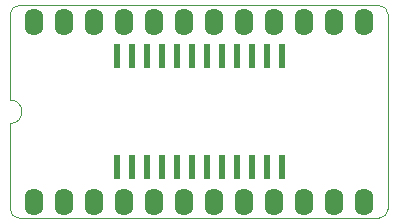
<source format=gts>
G04 #@! TF.FileFunction,Soldermask,Top*
%FSLAX46Y46*%
G04 Gerber Fmt 4.6, Leading zero omitted, Abs format (unit mm)*
G04 Created by KiCad (PCBNEW 4.0.2-4+6225~38~ubuntu15.10.1-stable) date Fri May 13 21:54:02 2016*
%MOMM*%
G01*
G04 APERTURE LIST*
%ADD10C,0.101600*%
%ADD11C,0.100000*%
%ADD12R,0.600000X2.000000*%
%ADD13O,1.600200X2.286000*%
G04 APERTURE END LIST*
D10*
D11*
X0Y8000000D02*
X0Y750000D01*
X0Y8000000D02*
G75*
G03X0Y10000000I0J1000000D01*
G01*
X32000000Y17250000D02*
G75*
G03X31250000Y18000000I-750000J0D01*
G01*
X0Y750000D02*
G75*
G03X750000Y0I750000J0D01*
G01*
X31250000Y0D02*
G75*
G03X32000000Y750000I0J750000D01*
G01*
X750000Y18000000D02*
G75*
G03X0Y17250000I0J-750000D01*
G01*
X0Y10000000D02*
X0Y17250000D01*
X31250000Y0D02*
X750000Y0D01*
X32000000Y17250000D02*
X32000000Y750000D01*
X750000Y18000000D02*
X31250000Y18000000D01*
D12*
X9015000Y4300000D03*
X10285000Y4300000D03*
X11555000Y4300000D03*
X12825000Y4300000D03*
X14095000Y4300000D03*
X15365000Y4300000D03*
X16635000Y4300000D03*
X17905000Y4300000D03*
X19175000Y4300000D03*
X20445000Y4300000D03*
X21715000Y4300000D03*
X22985000Y4300000D03*
X22985000Y13700000D03*
X21715000Y13700000D03*
X20445000Y13700000D03*
X19175000Y13700000D03*
X17905000Y13700000D03*
X16635000Y13700000D03*
X15365000Y13700000D03*
X14095000Y13700000D03*
X12825000Y13700000D03*
X11555000Y13700000D03*
X10285000Y13700000D03*
X9015000Y13700000D03*
D13*
X2030000Y1380000D03*
X4570000Y1380000D03*
X7110000Y1380000D03*
X9650000Y1380000D03*
X12190000Y1380000D03*
X14730000Y1380000D03*
X17270000Y1380000D03*
X19810000Y1380000D03*
X22350000Y1380000D03*
X24890000Y1380000D03*
X27430000Y1380000D03*
X29970000Y1380000D03*
X29970000Y16620000D03*
X27430000Y16620000D03*
X24890000Y16620000D03*
X22350000Y16620000D03*
X19810000Y16620000D03*
X17270000Y16620000D03*
X14730000Y16620000D03*
X12190000Y16620000D03*
X9650000Y16620000D03*
X7110000Y16620000D03*
X4570000Y16620000D03*
X2030000Y16620000D03*
M02*

</source>
